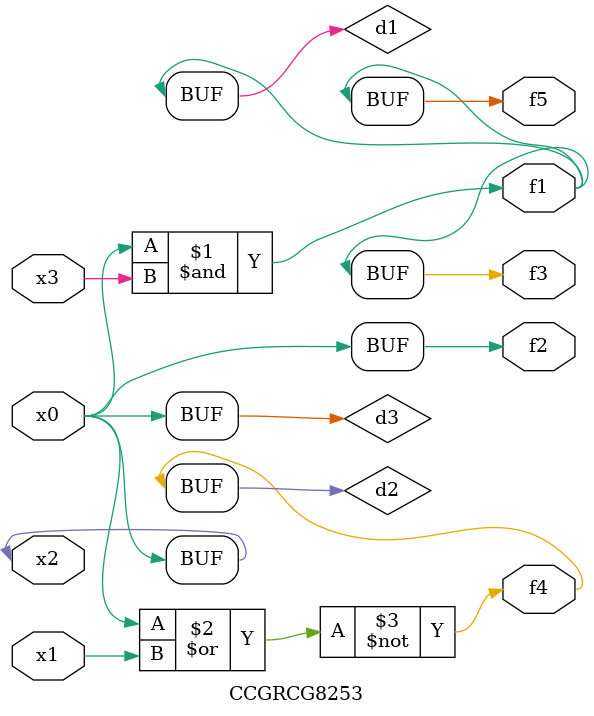
<source format=v>
module CCGRCG8253(
	input x0, x1, x2, x3,
	output f1, f2, f3, f4, f5
);

	wire d1, d2, d3;

	and (d1, x2, x3);
	nor (d2, x0, x1);
	buf (d3, x0, x2);
	assign f1 = d1;
	assign f2 = d3;
	assign f3 = d1;
	assign f4 = d2;
	assign f5 = d1;
endmodule

</source>
